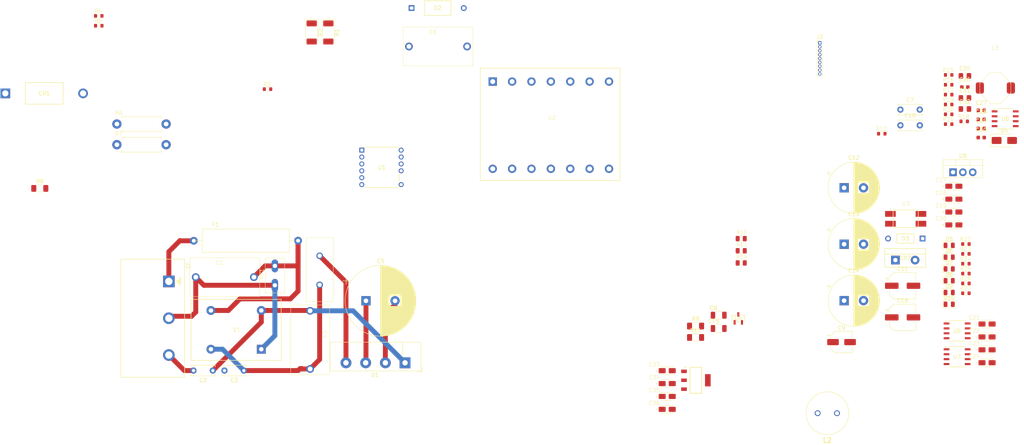
<source format=kicad_pcb>
(kicad_pcb (version 20240108) (generator "pcbnew") (generator_version "8.0")
  (layers (0 "F.Cu" signal) (31 "B.Cu" signal) (34 "B.Paste" user) (35 "F.Paste" user) (36 "B.SilkS" user "B.Silkscreen") (37 "F.SilkS" user "F.Silkscreen") (38 "B.Mask" user) (39 "F.Mask" user) (44 "Edge.Cuts" user))
  (net 0 "")
  (net 1 "Net-(C1-Pad1)")
  (net 2 "Net-(C1-Pad2)")
  (net 3 "GND1")
  (net 4 "Net-(D1-+)")
  (net 5 "Net-(C3-Pad1)")
  (net 6 "Earth")
  (net 7 "Net-(U1-C)")
  (net 8 "GND2")
  (net 9 "Net-(D2-K)")
  (net 10 "Net-(U3-K)")
  (net 11 "Net-(D4-K)")
  (net 12 "Net-(D5-K)")
  (net 13 "Net-(D2-A)")
  (net 14 "Net-(D6-K)")
  (net 15 "+9")
  (net 16 "-9_1V")
  (net 17 "-9_2V")
  (net 18 "Net-(D9-K)")
  (net 19 "Net-(CR1-K)")
  (net 20 "Net-(CR1-A)")
  (net 21 "Net-(D1--)")
  (net 22 "Net-(U2-OUT1A)")
  (net 23 "Net-(D10-K)")
  (net 24 "Net-(F1-Pad1)")
  (net 25 "Net-(U1-X)")
  (net 26 "Net-(R4-Pad1)")
  (net 27 "Net-(U1-V)")
  (net 28 "Net-(C9-Pad1)")
  (net 29 "Net-(U4-A)")
  (net 30 "Net-(C10-Pad1)")
  (net 31 "Net-(C10-Pad2)")
  (net 32 "Net-(U2-OUT2B)")
  (net 33 "Net-(U3-C)")
  (net 34 "Net-(U4-VREF)")
  (net 35 "+12V")
  (net 36 "Net-(U6-CAP-)")
  (net 37 "Net-(U6-CAP+)")
  (net 38 "Net-(U7-CAP-)")
  (net 39 "Net-(U7-CAP+)")
  (net 40 "Net-(C27-Pad1)")
  (net 41 "Net-(U8-COMP)")
  (net 42 "Net-(U8-SS)")
  (net 43 "Net-(U8-BOOT)")
  (net 44 "+5V")
  (net 45 "+3.3V")
  (net 46 "Net-(D7-A)")
  (net 47 "Net-(D8-A)")
  (net 48 "Net-(R1-Pad1)")
  (net 49 "Net-(R2-Pad1)")
  (net 50 "Net-(R6-Pad2)")
  (net 51 "Net-(U3-A)")
  (net 52 "Net-(U8-EN)")
  (net 53 "Net-(R15-Pad1)")
  (net 54 "Net-(U8-VSENSE)")
  (net 59 "+9V")
  (net 60 "Net-(R16-Pad1)")
  (net 62 "Net-(U2-OUT2A)")
  (footprint "charge_battery_footprint_lib:LED_0805" (layer "F.Cu") (at 264.435 92.905)
    (property "Reference" "D10")
    (property "Value" "LED_0805")
  )
  (footprint "charge_battery_footprint_lib:Res_0805" (layer "F.Cu") (at 209.09 76.9538)
    (property "Reference" "R10")
    (property "Value" "6.8R/0805/5%" (hide yes))
  )
  (footprint "charge_battery_footprint_lib:Candy_Cap_hole_100nF_275V" (layer "F.Cu") (at 123.6132 31.3981)
    (property "Reference" "C6")
    (property "Value" "33nF/630VDC")
  )
  (footprint "Capacitor_SMD:CP_Elec_6.3x5.4" (layer "F.Cu") (at 252.425 88.13)
    (property "Reference" "C11")
    (property "Value" "10uF/50V")
  )
  (footprint "charge_battery_footprint_lib:Res_1206" (layer "F.Cu") (at 199.015 98.525)
    (property "Reference" "R9")
    (property "Value" "22R/1206/1%")
  )
  (footprint "charge_battery_footprint_lib:SOIC-8" (layer "F.Cu") (at 278.8746 45.0471)
    (property "Reference" "U8")
    (property "Value" "TPS54331DR")
  )
  (footprint "charge_battery_footprint_lib:Tan_Cap_A" (layer "F.Cu") (at 263.34 63.46)
    (property "Reference" "C17")
    (property "Value" "10uF/16V")
  )
  (footprint "charge_battery_footprint_lib:Ceramic_Cap_0603" (layer "F.Cu") (at 272.6966 42.8846)
    (property "Reference" "C27")
    (property "Value" "4.7nF/50V")
  )
  (footprint "charge_battery_footprint_lib:Res_0603" (layer "F.Cu") (at 267.39 80.5142)
    (property "Reference" "R23")
    (property "Value" "10K/1%/1_10W" (hide yes))
  )
  (footprint "Capacitor_SMD:CP_Elec_6.3x5.4" (layer "F.Cu") (at 252.425 96.28)
    (property "Reference" "C16")
    (property "Value" "100uF/16V")
  )
  (footprint "charge_battery_footprint_lib:Ceramic_Cap_Hole_5mm" (layer "F.Cu") (at 82.5 110 180)
    (property "Reference" "C3")
    (property "Value" "1nF/2000V")
  )
  (footprint "charge_battery_footprint_lib:Res_0603" (layer "F.Cu") (at 262.94 44.513)
    (property "Reference" "R20")
    (property "Value" "20K/1%/1_10W" (hide yes))
  )
  (footprint "charge_battery_footprint_lib:CP_Radial_D18.0mm_P7.50mm" (layer "F.Cu") (at 114 92)
    (property "Reference" "C5")
    (property "Value" "100uF/400V")
  )
  (footprint "charge_battery_footprint_lib:DO-204AC-2" (layer "F.Cu") (at 125.769 16.5)
    (property "Reference" "D2")
    (property "Value" "P6KE160A-E3/54" (hide yes))
  )
  (footprint "charge_battery_footprint_lib:Res_0603" (layer "F.Cu") (at 262.94 36.8942)
    (property "Reference" "R16")
    (property "Value" "2.49K/1%/1_10W" (hide yes))
  )
  (footprint "charge_battery_footprint_lib:Ceramic_Cap_1206" (layer "F.Cu") (at 202.74 96.7902)
    (property "Reference" "C8")
    (property "Value" "100nF/50V")
  )
  (footprint "charge_battery_footprint_lib:D_SMA" (layer "F.Cu") (at 278.66 50.65)
    (property "Reference" "D4")
    (property "Value" "SS54")
  )
  (footprint "charge_battery_footprint_lib:Tan_Cap_A" (layer "F.Cu") (at 189.4 121.005)
    (property "Reference" "C36")
    (property "Value" "1uF/16V")
  )
  (footprint "charge_battery_footprint_lib:Res_0603" (layer "F.Cu") (at 87.2432 38.0198)
    (property "Reference" "R3")
    (property "Value" "9.76K/1%/1_10W" (hide yes))
  )
  (footprint "charge_battery_footprint_lib:TO-220-2_MCH" (layer "F.Cu") (at 250.5591 81.5046)
    (property "Reference" "CR2")
    (property "Value" "MBR1060-E3/45")
  )
  (footprint "charge_battery_footprint_lib:SOIC-8" (layer "F.Cu") (at 266.4746 106.4213)
    (property "Reference" "U7")
    (property "Value" "ICL7662CBA")
  )
  (footprint "charge_battery_footprint_lib:DO-204AH" (layer "F.Cu") (at 257.57966 75.950155)
    (property "Reference" "D3")
    (property "Value" "1N914" (hide yes))
  )
  (footprint "charge_battery_footprint_lib:LED_0805" (layer "F.Cu") (at 264.435 80.745)
    (property "Reference" "D6")
    (property "Value" "LED_0805")
  )
  (footprint "charge_battery_footprint_lib:Res_0603" (layer "F.Cu") (at 262.94 47.0526)
    (property "Reference" "R21")
    (property "Value" "30K/1%/1_10W" (hide yes))
  )
  (footprint "charge_battery_footprint_lib:Tan_Cap_A" (layer "F.Cu") (at 189.4 111.03)
    (property "Reference" "C33")
    (property "Value" "10uF/16V")
  )
  (footprint "charge_battery_footprint_lib:Ceramic_Cap_0603" (layer "F.Cu") (at 272.6966 49.9022)
    (property "Reference" "C30")
    (property "Value" "100nF/16V")
  )
  (footprint "charge_battery_footprint_lib:Res_0603" (layer "F.Cu") (at 267.39 83.0538)
    (property "Reference" "R24")
    (property "Value" "10K/1%/1_10W" (hide yes))
  )
  (footprint "charge_battery_footprint_lib:Tan_Cap_A" (layer "F.Cu") (at 263.34 73.435)
    (property "Reference" "C20")
    (property "Value" "10uF/16V")
  )
  (footprint "charge_battery_footprint_lib:Res_0603" (layer "F.Cu") (at 245.69 49.5234)
    (property "Reference" "R12")
    (property "Value" "1K/1%/1_10W" (hide yes))
  )
  (footprint "Capacitor_SMD:CP_Elec_5x5.4" (layer "F.Cu") (at 236.665 102.66)
    (property "Reference" "C9")
    (property "Value" "47uF/16V")
  )
  (footprint "charge_battery_footprint_lib:DO-201AD-2" (layer "F.Cu") (at 20.97 38.5)
    (property "Reference" "CR1")
    (property "Value" "RGP25M-E3/54" (hide yes))
  )
  (footprint "charge_battery_footprint_lib:Ceramic_Cap_0603" (layer "F.Cu") (at 272.6966 47.563)
    (property "Reference" "C29")
    (property "Value" "10nF/50V")
  )
  (footprint "charge_battery_footprint_lib:Ceramic_Cap_0805" (layer "F.Cu") (at 268.4776 39.7338)
    (property "Reference" "C31")
    (property "Value" "47uF/6.3V")
  )
  (footprint "charge_battery_footprint_lib:Res_0805" (layer "F.Cu") (at 209.09 80.0926)
    (property "Reference" "R13")
    (property "Value" "47.5K/1%" (hide yes))
  )
  (footprint "charge_battery_footprint_lib:Res_Hole_2W" (layer "F.Cu") (at 48.3263 48.4163)
    (property "Reference" "R6")
    (property "Value" "56K/2W/5%" (hide yes))
  )
  (footprint "charge_battery_footprint_lib:LED_0805" (layer "F.Cu") (at 264.435 89.865)
    (property "Reference" "D9")
    (property "Value" "LED_0805")
  )
  (footprint "charge_battery_footprint_lib:Ceramic_Cap_Hole_5mm" (layer "F.Cu") (at 251.855 42.69)
    (property "Reference" "C7")
    (property "Value" "0.68nF/250VAC")
  )
  (footprint "charge_battery_footprint_lib:Ceramic_Cap_0603" (layer "F.Cu") (at 268.4776 36.8866)
    (property "Reference" "C26")
    (property "Value" "100nF/16V")
  )
  (footprint "charge_battery_footprint_lib:Tan_Cap_A" (layer "F.Cu") (at 271.9 108.975)
    (property "Reference" "C24")
    (property "Value" "10uF/16V")
  )
  (footprint "charge_battery_footprint_lib:Res_0603" (layer "F.Cu") (at 267.39 88.133)
    (property "Reference" "R26")
    (property "Value" "1K/1%/1_10W" (hide yes))
  )
  (footprint "charge_battery_footprint_lib:PC817X2NIPW" (layer "F.Cu") (at 253.245 70.96)
    (property "Reference" "U3")
    (property "Value" "PC817X2NIPW" (hide yes))
  )
  (footprint "charge_battery_footprint_lib:Tan_Cap_A" (layer "F.Cu") (at 271.9 105.65)
    (property "Reference" "C23")
    (property "Value" "10uF/16V")
  )
  (footprint "charge_battery_footprint_lib:Res_1206" (layer "F.Cu") (at 199.015 101.465)
    (property "Reference" "R11")
    (property "Value" "4.99K 1206 1%")
  )
  (footprint "charge_battery_footprint_lib:LED_0805" (layer "F.Cu") (at 264.435 77.705)
    (property "Reference" "D5")
    (property "Value" "LED_0805")
  )
  (footprint "charge_battery_footprint_lib:Res_0603" (layer "F.Cu") (at 267.39 85.5934)
    (property "Reference" "R25")
    (property "Value" "10K/1%/1_10W" (hide yes))
  )
  (footprint "charge_battery_footprint_lib:Ceramic_Cap_0603" (layer "F.Cu") (at 272.6966 45.2238)
    (property "Reference" "C28")
    (property "Value" "39pF/50V")
  )
  (footprint "charge_battery_footprint_lib:Res_0603" (layer "F.Cu") (at 43.71264 19.1279)
    (property "Reference" "R4")
    (property "Value" "2M/1%" (hide yes))
  )
  (footprint "charge_battery_footprint_lib:SOT-223" (layer "F.Cu") (at 198.881991 112.485414)
    (property "Reference" "U9" (hide yes))
    (property "Value" "LD1117S33CTR_SOT223" (hide yes))
  )
  (footprint "charge_battery_footprint_lib:TO-220-3" (layer "F.Cu") (at 265.425 58.85)
    (property "Reference" "U5")
    (property "Value" "L7809CV")
  )
  (footprint "charge_battery_footprint_lib:Ceramic_Cap_Hole_5mm" (layer "F.Cu") (at 74.5 110 180)
    (property "Reference" "C2")
    (property "Value" "1nF/2000V")
  )
  (footprint "Connector_PinHeader_1.00mm:PinHeader_1x09_P1.00mm_Vertical" (layer "F.Cu") (at 231.0568 25.4916)
    (property "Reference" "J2")
    (property "Value" "Conn_01x09_Socket")
  )
  (footprint "charge_battery_footprint_lib:Tan_Cap_A" (layer "F.Cu") (at 189.4 114.355)
    (property "Reference" "C34")
    (property "Value" "1uF/16V")
  )
  (footprint "charge_battery_footprint_lib:MOV07D471K" (layer "F.Cu") (at 90.5 85.5 90)
    (property "Reference" "RV1")
    (property "Value" "470V")
  )
  (footprint "charge_battery_footprint_lib:Ceramic_Cap_Hole_5mm" (layer "F.Cu") (at 251.855 46.74)
    (property "Reference" "C10")
    (property "Value" "470pF/100V")
  )
  (footprint "Diode_THT:Diode_Bridge_Vishay_KBU" (layer "F.Cu") (at 124.08 108 180)
    (property "Reference" "D1")
    (property "Value" "KBU1010")
  )
  (footprint "charge_battery_footprint_lib:Res_0603" (layer "F.Cu") (at 267.39 77.9746)
    (property "Reference" "R22")
    (property "Value" "10K/1%/1_10W" (hide yes))
  )
  (footprint "charge_battery_footprint_lib:Res_Hole_2W" (layer "F.Cu") (at 48.3263 53.7489)
    (property "Reference" "R7")
    (property "Value" "56K/2W/5%" (hide yes))
  )
  (footprint "charge_battery_footprint_lib:Res_0603" (layer "F.Cu") (at 262.94 34.3546)
    (property "Reference" "R15")
    (property "Value" "0/1%/1_10W" (hide yes))
  )
  (footprint "charge_battery_footprint_lib:Thermistor_NTC" (layer "F.Cu") (at 98.55 92.2 90)
    (property "Reference" "TH1" (hide yes))
    (property "Value" "3R")
  )
  (footprint "charge_battery_footprint_lib:Inductor_6.8u_4.4A" (layer "F.Cu") (at 276.34 37.255)
    (property "Reference" "L3")
    (property "Value" "6.8u/4.4A")
  )
  (footprint "charge_battery_footprint_lib:Tan_Cap_A" (layer "F.Cu") (at 189.4 117.68)
    (property "Reference" "C35")
    (property "Value" "10uF/16V")
  )
  (footprint "Diode_SMD:D_2010_5025Metric_Pad1.52x2.65mm_HandSolder" (layer "F.Cu") (at 104.29 22.79 -90)
    (property "Reference" "R1")
    (property "Value" "10.2M/1%")
  )
  (footprint "charge_battery_footprint_lib:IND_SS11VL-R05350_KEM" (layer "F.Cu") (at 87 104.5 180)
    (property "Reference" "L1")
    (property "Value" "SS11VL-R05350")
  )
  (footprint "charge_battery_footprint_lib:Candy_Cap_hole_100nF_275V" (layer "F.Cu") (at 94.6019 93.1132 -90)
    (property "Reference" "C4")
    (property "Value" "100nF/275V")
  )
  (footprint "charge_battery_footprint_lib:Res_0603" (layer "F.Cu") (at 262.94 39.4338)
    (property "Reference" "R17")
    (property "Value" "49.9K/1%/1_10W" (hide yes))
  )
  (footprint "charge_battery_footprint_lib:Res_0603" (layer "F.Cu") (at 262.94 41.9734)
    (property "Reference" "R19")
    (property "Value" "100K/1%/1_10W" (hide yes))
  )
  (footprint "Capacitor_THT:CP_Radial_D13.0mm_P5.00mm" (layer "F.Cu") (at 237.334569 62.86)
    (property "Reference" "C12")
    (property "Value" "1500uF/35V")
  )
  (footprint "charge_battery_footprint_lib:Res_0805" (layer "F.Cu") (at 209.09 83.2314)
    (property "Reference" "R14")
    (property "Value" "12.4K/1%" (hide yes))
  )
  (footprint "charge_battery_footprint_lib:Res_0603" (layer "F.Cu") (at 43.71264 21.6675)
    (property "Reference" "R5")
    (property "Value" "2M/1%" (hide yes))
  )
  (footprint "charge_battery_footprint_lib:FUSAD2722W65L2250D600" (layer "F.Cu") (at 83 76.5)
    (property "Reference" "F1")
    (property "Value" "250VAC/2.5A")
  )
  (footprint "charge_battery_footprint_lib:Transformer_ER35" (layer "F.Cu") (at 161.8576 44.723)
    (property "Reference" "U2")
    (property "Value" "~")
  )
  (footprint "charge_battery_footprint_lib:LED_0805" (layer "F.Cu") (at 264.435 83.785)
    (property "Reference" "D7")
    (property "Value" "LED_0805")
  )
  (footprint "charge_battery_footprint_lib:Ceramic_Cap_1206" (layer "F.Cu") (at 202.74 100.2154)
    (property "Reference" "C15")
    (property "Value" "100nF/50V")
  )
  (footprint "charge_battery_footprint_lib:SOT23" (layer "F.Cu") (at 210.0388 96.5454)
    (property "Reference" "U4")
    (property "Value" "TL431CLPM" (hide yes))
  )
  (footprint "charge_battery_footprint_lib:SOIC-8" (layer "F.Cu") (at 266.4746 99.7571)
    (property "Reference" "U6")
    (property "Value" "ICL7662CBA")
  )
  (footprint "charge_battery_footprint_lib:LED_0805" (layer "F.Cu") (at 264.435 86.825)
    (property "Reference" "D8")
    (property "Value" "LED_0805")
  )
  (footprint "Capacitor_THT:CP_Radial_D13.0mm_P5.00mm" (layer "F.Cu") (at 237.334569 77.41)
    (property "Reference" "C13")
    (property "Value" "1500uF/35V")
  )
  (footprint "charge_battery_footprint_lib:Tan_Cap_A" (layer "F.Cu") (at 263.34 70.11)
    (property "Reference" "C19")
    (property "Value" "1uF/16V")
  )
  (footprint "charge_battery_footprint_lib:Res_1206" (layer "F.Cu") (at 29.8634 63.0128)
    (property "Reference" "R8")
    (property "Value" "5.6R/5%")
  )
  (footprint "charge_battery_footprint_lib:CONN3_HB9500_KAN" (layer "F.Cu") (at 63.1526 87.000002 -90)
    (property "Reference" "J1")
    (property "Value" "HB9500M-9.5-3P")
  )
  (footprint "charge_battery_footprint_lib:eDIP-12B_PWI" (layer "F.Cu") (at 112.92 53.1439)
    (property "Reference" "U1")
    (property "Value" "TOP270VG" (hide yes))
  )
  (footprint "charge_battery_footprint_lib:Res_0603" (layer "F.Cu") (at 267.39 90.6726)
    (property "Reference" "R27")
    (property "Value" "1K/1%/1_10W" (hide yes))
  )
  (footprint "charge_battery_footprint_lib:Ceramic_Cap_0805" (layer "F.Cu") (at 268.4776 42.581)
    (property "Reference" "C32")
    (property "Value" "47uF/6.3V")
  )
  (footprint "charge_battery_footprint_lib:Tan_Cap_A" (layer "F.Cu") (at 271.9 99)
    (property "Reference" "C21")
    (property "Value" "10uF/16V")
  )
  (footprint "Diode_SMD:D_2010_5025Metric_Pad1.52x2.65mm_HandSolder" (layer "F.Cu") (at 100 22.79 -90)
    (property "Reference" "R2")
    (property "Value" "10.2M/1%")
  )
  (footprint "charge_battery_footprint_lib:Inductor_3.3u_7447471033" (layer "F.Cu") (at 233 121)
    (property "Reference" "L2")
    (property "Value" "3.3u/7.5A" (hide yes))
  )
  (footprint "Capacitor_THT:CP_Radial_D13.0mm_P5.00mm" (layer "F.Cu") (at 237.334569 91.96)
    (property "Reference" "C14")
    (property "Value" "1500uF/35V")
  )
  (footprint "charge_battery_footprint_lib:Tan_Cap_A" (layer "F.Cu") (at 263.34 66.785)
    (property "Reference" "C18")
    (property "Value" "1uF/16V")
  )
  (footprint "charge_battery_footprint_lib:Candy_Cap_hole_100nF_275V" (layer "F.Cu") (at 68.6132 90.8981)
    (property "Reference" "C1")
    (property "Value" "100nF/275V")
  )
  (footprint "charge_battery_footprint_lib:Ceramic_Cap_0805" (layer "F.Cu") (at 268.4776 34.0394)
    (property "Reference" "C25")
    (property "Value" "4.7uF/50V")
  )
  (footprint "charge_battery_footprint_lib:Tan_Cap_A" (layer "F.Cu") (at 271.9 102.325)
    (property "Reference" "C22")
    (property "Value" "10uF/16V")
  )
  (footprint "charge_battery_footprint_lib:Res_0603" (layer "F.Cu") (at 266.95 46.3338)
    (property "Reference" "R18")
    (property "Value" "10K/1%/1_10W" (hide yes))
  )
  (segment (start 70.087 94.913) (end 69 96) (width 1.27) (layer "F.Cu") (net 1))
  (segment (start 69 96) (end 63.1526 96) (width 1.27) (layer "F.Cu") (net 1))
  (segment (start 70.087 85.9019) (end 70.087 94.913) (width 1.27) (layer "F.Cu") (net 1))
  (segment (start 72.1851 88) (end 70.087 85.9019) (width 1.27) (layer "F.Cu") (net 1))
  (segment (start 90.5 88) (end 72.1851 88) (width 1.27) (layer "F.Cu") (net 1))
  (segment (start 90.5 101) (end 87 104.5) (width 1.27) (layer "B.Cu") (net 1))
  (segment (start 90.5 88) (end 90.5 101) (width 1.27) (layer "B.Cu") (net 1))
  (segment (start 96.4874 76.5) (end 96.4874 89.5126) (width 1.27) (layer "F.Cu") (net 2))
  (segment (start 96.4874 76.5) (end 96.4874 83) (width 1.27) (layer "F.Cu") (net 2))
  (segment (start 96.4874 89.5126) (end 94.5 91.5) (width 1.27) (layer "F.Cu") (net 2))
  (segment (start 94.5 91.5) (end 81.5 91.5) (width 1.27) (layer "F.Cu") (net 2))
  (segment (start 90.5 83) (end 87.9887 83) (width 1.27) (layer "F.Cu") (net 2))
  (segment (start 78.5 94.5) (end 74.000001 94.5) (width 1.27) (layer "F.Cu") (net 2))
  (segment (start 87.9887 83) (end 85.0868 85.9019) (width 1.27) (layer "F.Cu") (net 2))
  (segment (start 96.4874 83) (end 90.5 83) (width 1.27) (layer "F.Cu") (net 2))
  (segment (start 81.5 91.5) (end 78.5 94.5) (width 1.27) (layer "F.Cu") (net 2))
  (segment (start 119 95.5) (end 119 108) (width 1.27) (layer "F.Cu") (net 3))
  (segment (start 121.5 93) (end 119 95.5) (width 1.27) (layer "F.Cu") (net 3))
  (segment (start 121.5 92) (end 121.5 93) (width 1.27) (layer "F.Cu") (net 3))
  (segment (start 87 94.5) (end 99.5111 94.5) (width 1.27) (layer "F.Cu") (net 4))
  (segment (start 87 97.5) (end 74.5 110) (width 1.27) (layer "F.Cu") (net 4))
  (segment (start 87 94.5) (end 87 97.5) (width 1.27) (layer "F.Cu") (net 4))
  (segment (start 99.5111 94.5) (end 99.5981 94.587) (width 1.27) (layer "F.Cu") (net 4))
  (segment (start 110.667 94.587) (end 124.08 108) (width 1.27) (layer "B.Cu") (net 4))
  (segment (start 99.5981 94.587) (end 110.667 94.587) (width 1.27) (layer "B.Cu") (net 4))
  (segment (start 82.5 110) (end 96.5 110) (width 1.27) (layer "F.Cu") (net 5))
  (segment (start 102.05 107.1349) (end 102.05 87.9) (width 1.27) (layer "F.Cu") (net 5))
  (segment (start 99.5981 109.5868) (end 102.05 107.1349) (width 1.27) (layer "F.Cu") (net 5))
  (segment (start 97.5 109.5) (end 97.5868 109.5868) (width 1.27) (layer "F.Cu") (net 5))
  (segment (start 96.5 110) (end 97 109.5) (width 1.27) (layer "F.Cu") (net 5))
  (segment (start 97 109.5) (end 97.5 109.5) (width 1.27) (layer "F.Cu") (net 5))
  (segment (start 97.5868 109.5868) (end 99.5981 109.5868) (width 1.27) (layer "F.Cu") (net 5))
  (segment (start 77 104.5) (end 82.5 110) (width 1.27) (layer "B.Cu") (net 5))
  (segment (start 74.000001 104.5) (end 77 104.5) (width 1.27) (layer "B.Cu") (net 5))
  (segment (start 63.1526 105.999999) (end 67.152601 110) (width 1.27) (layer "F.Cu") (net 6))
  (segment (start 67.152601 110) (end 69.5 110) (width 1.27) (layer "F.Cu") (net 6))
  (segment (start 114 107.92) (end 113.92 108) (width 1.27) (layer "F.Cu") (net 13))
  (segment (start 114 92) (end 114 107.92) (width 1.27) (layer "F.Cu") (net 13))
  (segment (start 108.84 108) (end 108.84 87.19) (width 1.27) (layer "F.Cu") (net 21))
  (segment (start 108.84 87.19) (end 102.05 80.4) (width 1.27) (layer "F.Cu") (net 21))
  (segment (start 66.0254 76.5254) (end 69.5888 76.5254) (width 1.27) (layer "F.Cu") (net 24))
  (segment (start 63.1526 86.500002) (end 63.1526 79.3474) (width 1.27) (layer "F.Cu") (net 24))
  (segment (start 66 76.5) (end 66.0254 76.5254) (width 1.27) (layer "F.Cu") (net 24))
  (segment (start 63.1526 79.3474) (end 66 76.5) (width 1.27) (layer "F.Cu") (net 24))
)
</source>
